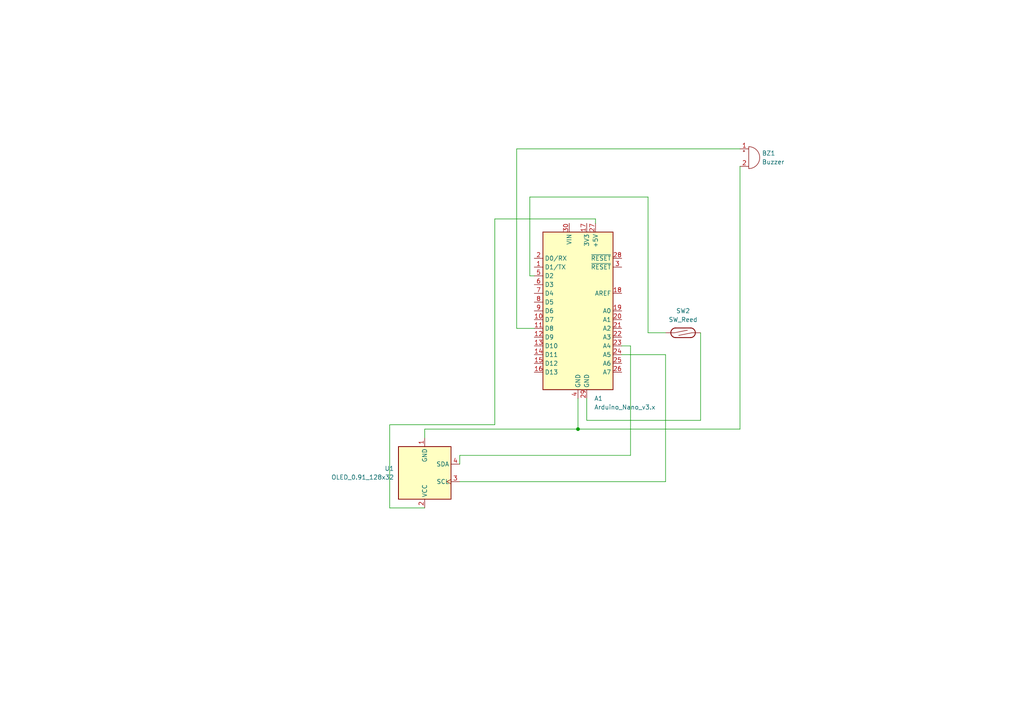
<source format=kicad_sch>
(kicad_sch
	(version 20250114)
	(generator "eeschema")
	(generator_version "9.0")
	(uuid "ebce89a1-1cc9-44b0-9947-e662ffd0fbcd")
	(paper "A4")
	(lib_symbols
		(symbol "Device:Buzzer"
			(pin_names
				(offset 0.0254)
				(hide yes)
			)
			(exclude_from_sim no)
			(in_bom yes)
			(on_board yes)
			(property "Reference" "BZ"
				(at 3.81 1.27 0)
				(effects
					(font
						(size 1.27 1.27)
					)
					(justify left)
				)
			)
			(property "Value" "Buzzer"
				(at 3.81 -1.27 0)
				(effects
					(font
						(size 1.27 1.27)
					)
					(justify left)
				)
			)
			(property "Footprint" ""
				(at -0.635 2.54 90)
				(effects
					(font
						(size 1.27 1.27)
					)
					(hide yes)
				)
			)
			(property "Datasheet" "~"
				(at -0.635 2.54 90)
				(effects
					(font
						(size 1.27 1.27)
					)
					(hide yes)
				)
			)
			(property "Description" "Buzzer, polarized"
				(at 0 0 0)
				(effects
					(font
						(size 1.27 1.27)
					)
					(hide yes)
				)
			)
			(property "ki_keywords" "quartz resonator ceramic"
				(at 0 0 0)
				(effects
					(font
						(size 1.27 1.27)
					)
					(hide yes)
				)
			)
			(property "ki_fp_filters" "*Buzzer*"
				(at 0 0 0)
				(effects
					(font
						(size 1.27 1.27)
					)
					(hide yes)
				)
			)
			(symbol "Buzzer_0_1"
				(polyline
					(pts
						(xy -1.651 1.905) (xy -1.143 1.905)
					)
					(stroke
						(width 0)
						(type default)
					)
					(fill
						(type none)
					)
				)
				(polyline
					(pts
						(xy -1.397 2.159) (xy -1.397 1.651)
					)
					(stroke
						(width 0)
						(type default)
					)
					(fill
						(type none)
					)
				)
				(arc
					(start 0 3.175)
					(mid 3.1612 0)
					(end 0 -3.175)
					(stroke
						(width 0)
						(type default)
					)
					(fill
						(type none)
					)
				)
				(polyline
					(pts
						(xy 0 3.175) (xy 0 -3.175)
					)
					(stroke
						(width 0)
						(type default)
					)
					(fill
						(type none)
					)
				)
			)
			(symbol "Buzzer_1_1"
				(pin passive line
					(at -2.54 2.54 0)
					(length 2.54)
					(name "+"
						(effects
							(font
								(size 1.27 1.27)
							)
						)
					)
					(number "1"
						(effects
							(font
								(size 1.27 1.27)
							)
						)
					)
				)
				(pin passive line
					(at -2.54 -2.54 0)
					(length 2.54)
					(name "-"
						(effects
							(font
								(size 1.27 1.27)
							)
						)
					)
					(number "2"
						(effects
							(font
								(size 1.27 1.27)
							)
						)
					)
				)
			)
			(embedded_fonts no)
		)
		(symbol "MCU_Module:Arduino_Nano_v3.x"
			(exclude_from_sim no)
			(in_bom yes)
			(on_board yes)
			(property "Reference" "A"
				(at -10.16 23.495 0)
				(effects
					(font
						(size 1.27 1.27)
					)
					(justify left bottom)
				)
			)
			(property "Value" "Arduino_Nano_v3.x"
				(at 5.08 -24.13 0)
				(effects
					(font
						(size 1.27 1.27)
					)
					(justify left top)
				)
			)
			(property "Footprint" "Module:Arduino_Nano"
				(at 0 0 0)
				(effects
					(font
						(size 1.27 1.27)
						(italic yes)
					)
					(hide yes)
				)
			)
			(property "Datasheet" "http://www.mouser.com/pdfdocs/Gravitech_Arduino_Nano3_0.pdf"
				(at 0 0 0)
				(effects
					(font
						(size 1.27 1.27)
					)
					(hide yes)
				)
			)
			(property "Description" "Arduino Nano v3.x"
				(at 0 0 0)
				(effects
					(font
						(size 1.27 1.27)
					)
					(hide yes)
				)
			)
			(property "ki_keywords" "Arduino nano microcontroller module USB"
				(at 0 0 0)
				(effects
					(font
						(size 1.27 1.27)
					)
					(hide yes)
				)
			)
			(property "ki_fp_filters" "Arduino*Nano*"
				(at 0 0 0)
				(effects
					(font
						(size 1.27 1.27)
					)
					(hide yes)
				)
			)
			(symbol "Arduino_Nano_v3.x_0_1"
				(rectangle
					(start -10.16 22.86)
					(end 10.16 -22.86)
					(stroke
						(width 0.254)
						(type default)
					)
					(fill
						(type background)
					)
				)
			)
			(symbol "Arduino_Nano_v3.x_1_1"
				(pin bidirectional line
					(at -12.7 15.24 0)
					(length 2.54)
					(name "D0/RX"
						(effects
							(font
								(size 1.27 1.27)
							)
						)
					)
					(number "2"
						(effects
							(font
								(size 1.27 1.27)
							)
						)
					)
				)
				(pin bidirectional line
					(at -12.7 12.7 0)
					(length 2.54)
					(name "D1/TX"
						(effects
							(font
								(size 1.27 1.27)
							)
						)
					)
					(number "1"
						(effects
							(font
								(size 1.27 1.27)
							)
						)
					)
				)
				(pin bidirectional line
					(at -12.7 10.16 0)
					(length 2.54)
					(name "D2"
						(effects
							(font
								(size 1.27 1.27)
							)
						)
					)
					(number "5"
						(effects
							(font
								(size 1.27 1.27)
							)
						)
					)
				)
				(pin bidirectional line
					(at -12.7 7.62 0)
					(length 2.54)
					(name "D3"
						(effects
							(font
								(size 1.27 1.27)
							)
						)
					)
					(number "6"
						(effects
							(font
								(size 1.27 1.27)
							)
						)
					)
				)
				(pin bidirectional line
					(at -12.7 5.08 0)
					(length 2.54)
					(name "D4"
						(effects
							(font
								(size 1.27 1.27)
							)
						)
					)
					(number "7"
						(effects
							(font
								(size 1.27 1.27)
							)
						)
					)
				)
				(pin bidirectional line
					(at -12.7 2.54 0)
					(length 2.54)
					(name "D5"
						(effects
							(font
								(size 1.27 1.27)
							)
						)
					)
					(number "8"
						(effects
							(font
								(size 1.27 1.27)
							)
						)
					)
				)
				(pin bidirectional line
					(at -12.7 0 0)
					(length 2.54)
					(name "D6"
						(effects
							(font
								(size 1.27 1.27)
							)
						)
					)
					(number "9"
						(effects
							(font
								(size 1.27 1.27)
							)
						)
					)
				)
				(pin bidirectional line
					(at -12.7 -2.54 0)
					(length 2.54)
					(name "D7"
						(effects
							(font
								(size 1.27 1.27)
							)
						)
					)
					(number "10"
						(effects
							(font
								(size 1.27 1.27)
							)
						)
					)
				)
				(pin bidirectional line
					(at -12.7 -5.08 0)
					(length 2.54)
					(name "D8"
						(effects
							(font
								(size 1.27 1.27)
							)
						)
					)
					(number "11"
						(effects
							(font
								(size 1.27 1.27)
							)
						)
					)
				)
				(pin bidirectional line
					(at -12.7 -7.62 0)
					(length 2.54)
					(name "D9"
						(effects
							(font
								(size 1.27 1.27)
							)
						)
					)
					(number "12"
						(effects
							(font
								(size 1.27 1.27)
							)
						)
					)
				)
				(pin bidirectional line
					(at -12.7 -10.16 0)
					(length 2.54)
					(name "D10"
						(effects
							(font
								(size 1.27 1.27)
							)
						)
					)
					(number "13"
						(effects
							(font
								(size 1.27 1.27)
							)
						)
					)
				)
				(pin bidirectional line
					(at -12.7 -12.7 0)
					(length 2.54)
					(name "D11"
						(effects
							(font
								(size 1.27 1.27)
							)
						)
					)
					(number "14"
						(effects
							(font
								(size 1.27 1.27)
							)
						)
					)
				)
				(pin bidirectional line
					(at -12.7 -15.24 0)
					(length 2.54)
					(name "D12"
						(effects
							(font
								(size 1.27 1.27)
							)
						)
					)
					(number "15"
						(effects
							(font
								(size 1.27 1.27)
							)
						)
					)
				)
				(pin bidirectional line
					(at -12.7 -17.78 0)
					(length 2.54)
					(name "D13"
						(effects
							(font
								(size 1.27 1.27)
							)
						)
					)
					(number "16"
						(effects
							(font
								(size 1.27 1.27)
							)
						)
					)
				)
				(pin power_in line
					(at -2.54 25.4 270)
					(length 2.54)
					(name "VIN"
						(effects
							(font
								(size 1.27 1.27)
							)
						)
					)
					(number "30"
						(effects
							(font
								(size 1.27 1.27)
							)
						)
					)
				)
				(pin power_in line
					(at 0 -25.4 90)
					(length 2.54)
					(name "GND"
						(effects
							(font
								(size 1.27 1.27)
							)
						)
					)
					(number "4"
						(effects
							(font
								(size 1.27 1.27)
							)
						)
					)
				)
				(pin power_out line
					(at 2.54 25.4 270)
					(length 2.54)
					(name "3V3"
						(effects
							(font
								(size 1.27 1.27)
							)
						)
					)
					(number "17"
						(effects
							(font
								(size 1.27 1.27)
							)
						)
					)
				)
				(pin power_in line
					(at 2.54 -25.4 90)
					(length 2.54)
					(name "GND"
						(effects
							(font
								(size 1.27 1.27)
							)
						)
					)
					(number "29"
						(effects
							(font
								(size 1.27 1.27)
							)
						)
					)
				)
				(pin power_out line
					(at 5.08 25.4 270)
					(length 2.54)
					(name "+5V"
						(effects
							(font
								(size 1.27 1.27)
							)
						)
					)
					(number "27"
						(effects
							(font
								(size 1.27 1.27)
							)
						)
					)
				)
				(pin input line
					(at 12.7 15.24 180)
					(length 2.54)
					(name "~{RESET}"
						(effects
							(font
								(size 1.27 1.27)
							)
						)
					)
					(number "28"
						(effects
							(font
								(size 1.27 1.27)
							)
						)
					)
				)
				(pin input line
					(at 12.7 12.7 180)
					(length 2.54)
					(name "~{RESET}"
						(effects
							(font
								(size 1.27 1.27)
							)
						)
					)
					(number "3"
						(effects
							(font
								(size 1.27 1.27)
							)
						)
					)
				)
				(pin input line
					(at 12.7 5.08 180)
					(length 2.54)
					(name "AREF"
						(effects
							(font
								(size 1.27 1.27)
							)
						)
					)
					(number "18"
						(effects
							(font
								(size 1.27 1.27)
							)
						)
					)
				)
				(pin bidirectional line
					(at 12.7 0 180)
					(length 2.54)
					(name "A0"
						(effects
							(font
								(size 1.27 1.27)
							)
						)
					)
					(number "19"
						(effects
							(font
								(size 1.27 1.27)
							)
						)
					)
				)
				(pin bidirectional line
					(at 12.7 -2.54 180)
					(length 2.54)
					(name "A1"
						(effects
							(font
								(size 1.27 1.27)
							)
						)
					)
					(number "20"
						(effects
							(font
								(size 1.27 1.27)
							)
						)
					)
				)
				(pin bidirectional line
					(at 12.7 -5.08 180)
					(length 2.54)
					(name "A2"
						(effects
							(font
								(size 1.27 1.27)
							)
						)
					)
					(number "21"
						(effects
							(font
								(size 1.27 1.27)
							)
						)
					)
				)
				(pin bidirectional line
					(at 12.7 -7.62 180)
					(length 2.54)
					(name "A3"
						(effects
							(font
								(size 1.27 1.27)
							)
						)
					)
					(number "22"
						(effects
							(font
								(size 1.27 1.27)
							)
						)
					)
				)
				(pin bidirectional line
					(at 12.7 -10.16 180)
					(length 2.54)
					(name "A4"
						(effects
							(font
								(size 1.27 1.27)
							)
						)
					)
					(number "23"
						(effects
							(font
								(size 1.27 1.27)
							)
						)
					)
				)
				(pin bidirectional line
					(at 12.7 -12.7 180)
					(length 2.54)
					(name "A5"
						(effects
							(font
								(size 1.27 1.27)
							)
						)
					)
					(number "24"
						(effects
							(font
								(size 1.27 1.27)
							)
						)
					)
				)
				(pin bidirectional line
					(at 12.7 -15.24 180)
					(length 2.54)
					(name "A6"
						(effects
							(font
								(size 1.27 1.27)
							)
						)
					)
					(number "25"
						(effects
							(font
								(size 1.27 1.27)
							)
						)
					)
				)
				(pin bidirectional line
					(at 12.7 -17.78 180)
					(length 2.54)
					(name "A7"
						(effects
							(font
								(size 1.27 1.27)
							)
						)
					)
					(number "26"
						(effects
							(font
								(size 1.27 1.27)
							)
						)
					)
				)
			)
			(embedded_fonts no)
		)
		(symbol "Switch:SW_Reed"
			(pin_numbers
				(hide yes)
			)
			(pin_names
				(offset 0)
				(hide yes)
			)
			(exclude_from_sim no)
			(in_bom yes)
			(on_board yes)
			(property "Reference" "SW"
				(at 0 2.54 0)
				(effects
					(font
						(size 1.27 1.27)
					)
				)
			)
			(property "Value" "SW_Reed"
				(at 0 -2.54 0)
				(effects
					(font
						(size 1.27 1.27)
					)
				)
			)
			(property "Footprint" ""
				(at 0 0 0)
				(effects
					(font
						(size 1.27 1.27)
					)
					(hide yes)
				)
			)
			(property "Datasheet" "~"
				(at 0 0 0)
				(effects
					(font
						(size 1.27 1.27)
					)
					(hide yes)
				)
			)
			(property "Description" "reed switch"
				(at 0 0 0)
				(effects
					(font
						(size 1.27 1.27)
					)
					(hide yes)
				)
			)
			(property "ki_keywords" "reed magnetic switch"
				(at 0 0 0)
				(effects
					(font
						(size 1.27 1.27)
					)
					(hide yes)
				)
			)
			(symbol "SW_Reed_0_0"
				(polyline
					(pts
						(xy -2.54 0) (xy 1.27 0.762)
					)
					(stroke
						(width 0)
						(type default)
					)
					(fill
						(type none)
					)
				)
				(polyline
					(pts
						(xy -2.159 -1.397) (xy 2.286 -1.397)
					)
					(stroke
						(width 0.254)
						(type default)
					)
					(fill
						(type none)
					)
				)
				(arc
					(start -2.159 -1.397)
					(mid -3.55 0)
					(end -2.159 1.397)
					(stroke
						(width 0.254)
						(type default)
					)
					(fill
						(type none)
					)
				)
				(arc
					(start 2.159 1.397)
					(mid 3.55 0)
					(end 2.159 -1.397)
					(stroke
						(width 0.254)
						(type default)
					)
					(fill
						(type none)
					)
				)
				(polyline
					(pts
						(xy 2.159 1.397) (xy -2.159 1.397)
					)
					(stroke
						(width 0.254)
						(type default)
					)
					(fill
						(type none)
					)
				)
				(polyline
					(pts
						(xy 2.54 0) (xy -1.27 -0.762)
					)
					(stroke
						(width 0)
						(type default)
					)
					(fill
						(type none)
					)
				)
			)
			(symbol "SW_Reed_1_1"
				(pin passive line
					(at -5.08 0 0)
					(length 2.54)
					(name "1"
						(effects
							(font
								(size 1.27 1.27)
							)
						)
					)
					(number "1"
						(effects
							(font
								(size 1.27 1.27)
							)
						)
					)
				)
				(pin passive line
					(at 5.08 0 180)
					(length 2.54)
					(name "2"
						(effects
							(font
								(size 1.27 1.27)
							)
						)
					)
					(number "2"
						(effects
							(font
								(size 1.27 1.27)
							)
						)
					)
				)
			)
			(embedded_fonts no)
		)
		(symbol "oled:OLED_0.91_128x32"
			(exclude_from_sim no)
			(in_bom yes)
			(on_board yes)
			(property "Reference" "U"
				(at 0 0 0)
				(effects
					(font
						(size 1.27 1.27)
					)
				)
			)
			(property "Value" "OLED_0.91_128x32"
				(at 14.224 -10.668 0)
				(effects
					(font
						(size 1.27 1.27)
					)
				)
			)
			(property "Footprint" "Hackclub Footprints:OLED_0.91_128x32"
				(at 18.034 -12.7 0)
				(effects
					(font
						(size 1.27 1.27)
					)
					(hide yes)
				)
			)
			(property "Datasheet" "https://www.buydisplay.com/download/manual/ER-OLEDM0.91-1_Datasheet.pdf"
				(at 42.672 -14.732 0)
				(effects
					(font
						(size 1.27 1.27)
					)
					(hide yes)
				)
			)
			(property "Description" "SSD1306 OLED module, 0.91 inch, 128x32, I2C"
				(at 26.67 -16.764 0)
				(effects
					(font
						(size 1.27 1.27)
					)
					(hide yes)
				)
			)
			(property "ki_keywords" "EastRising"
				(at 0 0 0)
				(effects
					(font
						(size 1.27 1.27)
					)
					(hide yes)
				)
			)
			(property "ki_fp_filters" "ER?OLEDM0.91?1x?I2C*"
				(at 0 0 0)
				(effects
					(font
						(size 1.27 1.27)
					)
					(hide yes)
				)
			)
			(symbol "OLED_0.91_128x32_1_1"
				(rectangle
					(start -7.62 7.62)
					(end 7.62 -7.62)
					(stroke
						(width 0.254)
						(type solid)
					)
					(fill
						(type background)
					)
				)
				(pin input clock
					(at -10.16 2.54 0)
					(length 2.54)
					(name "SCL"
						(effects
							(font
								(size 1.27 1.27)
							)
						)
					)
					(number "3"
						(effects
							(font
								(size 1.27 1.27)
							)
						)
					)
				)
				(pin bidirectional line
					(at -10.16 -2.54 0)
					(length 2.54)
					(name "SDA"
						(effects
							(font
								(size 1.27 1.27)
							)
						)
					)
					(number "4"
						(effects
							(font
								(size 1.27 1.27)
							)
						)
					)
				)
				(pin power_in line
					(at 0 10.16 270)
					(length 2.54)
					(name "VCC"
						(effects
							(font
								(size 1.27 1.27)
							)
						)
					)
					(number "2"
						(effects
							(font
								(size 1.27 1.27)
							)
						)
					)
				)
				(pin power_in line
					(at 0 -10.16 90)
					(length 2.54)
					(name "GND"
						(effects
							(font
								(size 1.27 1.27)
							)
						)
					)
					(number "1"
						(effects
							(font
								(size 1.27 1.27)
							)
						)
					)
				)
			)
			(embedded_fonts no)
		)
	)
	(junction
		(at 167.64 124.46)
		(diameter 0)
		(color 0 0 0 0)
		(uuid "b3533ac4-849e-4468-b7bd-e936fe2ce081")
	)
	(wire
		(pts
			(xy 214.63 43.18) (xy 149.86 43.18)
		)
		(stroke
			(width 0)
			(type default)
		)
		(uuid "04b4590f-2a94-4a0d-9e13-b9ee46bd79d7")
	)
	(wire
		(pts
			(xy 133.35 132.08) (xy 133.35 134.62)
		)
		(stroke
			(width 0)
			(type default)
		)
		(uuid "0f110247-e823-4183-8f4e-f6137ef1a5c2")
	)
	(wire
		(pts
			(xy 167.64 115.57) (xy 167.64 124.46)
		)
		(stroke
			(width 0)
			(type default)
		)
		(uuid "1dbc48a0-0797-410f-87e3-1e81213dc7d9")
	)
	(wire
		(pts
			(xy 167.64 124.46) (xy 214.63 124.46)
		)
		(stroke
			(width 0)
			(type default)
		)
		(uuid "24780faf-eeca-4583-85af-e50bd9f3934c")
	)
	(wire
		(pts
			(xy 143.51 123.19) (xy 113.03 123.19)
		)
		(stroke
			(width 0)
			(type default)
		)
		(uuid "2b1b55f1-a51f-4376-aaaa-37669808068a")
	)
	(wire
		(pts
			(xy 149.86 95.25) (xy 154.94 95.25)
		)
		(stroke
			(width 0)
			(type default)
		)
		(uuid "2ddf45b7-9dab-4802-b759-2a857c34ad38")
	)
	(wire
		(pts
			(xy 182.88 100.33) (xy 180.34 100.33)
		)
		(stroke
			(width 0)
			(type default)
		)
		(uuid "41644c61-03cf-4a0a-8bd0-44aa51a6f794")
	)
	(wire
		(pts
			(xy 170.18 121.92) (xy 170.18 115.57)
		)
		(stroke
			(width 0)
			(type default)
		)
		(uuid "45ff3f8a-0e8c-4c42-9b12-b08af4497b22")
	)
	(wire
		(pts
			(xy 193.04 96.52) (xy 187.96 96.52)
		)
		(stroke
			(width 0)
			(type default)
		)
		(uuid "57d801ea-aaff-4050-b104-bf5b6015b974")
	)
	(wire
		(pts
			(xy 113.03 123.19) (xy 113.03 147.32)
		)
		(stroke
			(width 0)
			(type default)
		)
		(uuid "664ede9d-caf2-4434-80de-581ccf128ab8")
	)
	(wire
		(pts
			(xy 182.88 132.08) (xy 182.88 100.33)
		)
		(stroke
			(width 0)
			(type default)
		)
		(uuid "692f1188-6bd2-4945-beca-ff2750ba7640")
	)
	(wire
		(pts
			(xy 123.19 124.46) (xy 123.19 127)
		)
		(stroke
			(width 0)
			(type default)
		)
		(uuid "6c52c561-fb1e-490f-a1ba-5e0789564120")
	)
	(wire
		(pts
			(xy 193.04 102.87) (xy 193.04 139.7)
		)
		(stroke
			(width 0)
			(type default)
		)
		(uuid "730786e2-3061-493f-bd98-5f99294163d3")
	)
	(wire
		(pts
			(xy 214.63 48.26) (xy 214.63 124.46)
		)
		(stroke
			(width 0)
			(type default)
		)
		(uuid "73807057-037b-4f9b-bf8b-a74e01404df4")
	)
	(wire
		(pts
			(xy 187.96 57.15) (xy 153.67 57.15)
		)
		(stroke
			(width 0)
			(type default)
		)
		(uuid "77992843-047d-431e-961b-0e6c54ff67f2")
	)
	(wire
		(pts
			(xy 149.86 43.18) (xy 149.86 95.25)
		)
		(stroke
			(width 0)
			(type default)
		)
		(uuid "7aac6571-9de4-460e-bf89-50af854ed0fd")
	)
	(wire
		(pts
			(xy 143.51 63.5) (xy 172.72 63.5)
		)
		(stroke
			(width 0)
			(type default)
		)
		(uuid "86e8b5b8-0c55-4e7e-b693-6d258309f623")
	)
	(wire
		(pts
			(xy 187.96 96.52) (xy 187.96 57.15)
		)
		(stroke
			(width 0)
			(type default)
		)
		(uuid "94512128-bd96-4bac-991d-95226bc04164")
	)
	(wire
		(pts
			(xy 203.2 96.52) (xy 203.2 121.92)
		)
		(stroke
			(width 0)
			(type default)
		)
		(uuid "963699e4-53a6-408c-89f4-01ac009b6797")
	)
	(wire
		(pts
			(xy 193.04 102.87) (xy 180.34 102.87)
		)
		(stroke
			(width 0)
			(type default)
		)
		(uuid "a7162257-f6da-4a63-a271-650dc3606a0e")
	)
	(wire
		(pts
			(xy 153.67 80.01) (xy 154.94 80.01)
		)
		(stroke
			(width 0)
			(type default)
		)
		(uuid "b2adfee9-82c4-4e4c-b756-4ab54017d113")
	)
	(wire
		(pts
			(xy 143.51 123.19) (xy 143.51 63.5)
		)
		(stroke
			(width 0)
			(type default)
		)
		(uuid "b65a221d-4718-4649-b816-de085cfbd653")
	)
	(wire
		(pts
			(xy 133.35 132.08) (xy 182.88 132.08)
		)
		(stroke
			(width 0)
			(type default)
		)
		(uuid "c4900e82-4b47-427c-8ec9-5a353223ced7")
	)
	(wire
		(pts
			(xy 172.72 63.5) (xy 172.72 64.77)
		)
		(stroke
			(width 0)
			(type default)
		)
		(uuid "c74dc1f3-f0a5-48e7-aa27-90a96577580d")
	)
	(wire
		(pts
			(xy 193.04 139.7) (xy 133.35 139.7)
		)
		(stroke
			(width 0)
			(type default)
		)
		(uuid "d01df4b9-7383-4af4-aecb-c61c3591d2b8")
	)
	(wire
		(pts
			(xy 203.2 121.92) (xy 170.18 121.92)
		)
		(stroke
			(width 0)
			(type default)
		)
		(uuid "dc45634a-5a8a-47bf-9f10-83245d3074fc")
	)
	(wire
		(pts
			(xy 123.19 124.46) (xy 167.64 124.46)
		)
		(stroke
			(width 0)
			(type default)
		)
		(uuid "ed02ea55-6885-4db8-af1c-914185dc7807")
	)
	(wire
		(pts
			(xy 113.03 147.32) (xy 123.19 147.32)
		)
		(stroke
			(width 0)
			(type default)
		)
		(uuid "ee22001f-5ece-42a4-bb7f-546f4724207d")
	)
	(wire
		(pts
			(xy 153.67 57.15) (xy 153.67 80.01)
		)
		(stroke
			(width 0)
			(type default)
		)
		(uuid "f6d5ca24-7e72-423e-b63b-48ab3e715612")
	)
	(symbol
		(lib_id "Switch:SW_Reed")
		(at 198.12 96.52 0)
		(unit 1)
		(exclude_from_sim no)
		(in_bom yes)
		(on_board yes)
		(dnp no)
		(fields_autoplaced yes)
		(uuid "03ee9818-06e6-4b62-8e67-3b45e9d7508b")
		(property "Reference" "SW2"
			(at 198.12 90.17 0)
			(effects
				(font
					(size 1.27 1.27)
				)
			)
		)
		(property "Value" "SW_Reed"
			(at 198.12 92.71 0)
			(effects
				(font
					(size 1.27 1.27)
				)
			)
		)
		(property "Footprint" "Connector_PinHeader_1.00mm:PinHeader_1x02_P1.00mm_Horizontal"
			(at 198.12 96.52 0)
			(effects
				(font
					(size 1.27 1.27)
				)
				(hide yes)
			)
		)
		(property "Datasheet" "~"
			(at 198.12 96.52 0)
			(effects
				(font
					(size 1.27 1.27)
				)
				(hide yes)
			)
		)
		(property "Description" "reed switch"
			(at 198.12 96.52 0)
			(effects
				(font
					(size 1.27 1.27)
				)
				(hide yes)
			)
		)
		(pin "2"
			(uuid "4299251a-2702-4014-a80a-82acc6a656da")
		)
		(pin "1"
			(uuid "46a0aa5f-24c2-40b7-8082-869853399c3b")
		)
		(instances
			(project ""
				(path "/ebce89a1-1cc9-44b0-9947-e662ffd0fbcd"
					(reference "SW2")
					(unit 1)
				)
			)
		)
	)
	(symbol
		(lib_id "Device:Buzzer")
		(at 217.17 45.72 0)
		(unit 1)
		(exclude_from_sim no)
		(in_bom yes)
		(on_board yes)
		(dnp no)
		(fields_autoplaced yes)
		(uuid "88dd62db-2194-4a28-8d1e-2252d2ffe51f")
		(property "Reference" "BZ1"
			(at 220.98 44.4499 0)
			(effects
				(font
					(size 1.27 1.27)
				)
				(justify left)
			)
		)
		(property "Value" "Buzzer"
			(at 220.98 46.9899 0)
			(effects
				(font
					(size 1.27 1.27)
				)
				(justify left)
			)
		)
		(property "Footprint" "Buzzer_Beeper:Buzzer_12x9.5RM7.6"
			(at 216.535 43.18 90)
			(effects
				(font
					(size 1.27 1.27)
				)
				(hide yes)
			)
		)
		(property "Datasheet" "~"
			(at 216.535 43.18 90)
			(effects
				(font
					(size 1.27 1.27)
				)
				(hide yes)
			)
		)
		(property "Description" "Buzzer, polarized"
			(at 217.17 45.72 0)
			(effects
				(font
					(size 1.27 1.27)
				)
				(hide yes)
			)
		)
		(pin "1"
			(uuid "43126111-3ce9-4f5c-8ecc-631e6246ddf6")
		)
		(pin "2"
			(uuid "d6b67a73-e59e-49a7-9420-22b66f8ab0ec")
		)
		(instances
			(project ""
				(path "/ebce89a1-1cc9-44b0-9947-e662ffd0fbcd"
					(reference "BZ1")
					(unit 1)
				)
			)
		)
	)
	(symbol
		(lib_id "oled:OLED_0.91_128x32")
		(at 123.19 137.16 180)
		(unit 1)
		(exclude_from_sim no)
		(in_bom yes)
		(on_board yes)
		(dnp no)
		(fields_autoplaced yes)
		(uuid "b9c48778-85b3-4f81-ac7f-96cc83dbe0a2")
		(property "Reference" "U1"
			(at 114.3 135.8899 0)
			(effects
				(font
					(size 1.27 1.27)
				)
				(justify left)
			)
		)
		(property "Value" "OLED_0.91_128x32"
			(at 114.3 138.4299 0)
			(effects
				(font
					(size 1.27 1.27)
				)
				(justify left)
			)
		)
		(property "Footprint" "oled:OLED_0.91_128x32"
			(at 105.156 124.46 0)
			(effects
				(font
					(size 1.27 1.27)
				)
				(hide yes)
			)
		)
		(property "Datasheet" "https://www.buydisplay.com/download/manual/ER-OLEDM0.91-1_Datasheet.pdf"
			(at 80.518 122.428 0)
			(effects
				(font
					(size 1.27 1.27)
				)
				(hide yes)
			)
		)
		(property "Description" "SSD1306 OLED module, 0.91 inch, 128x32, I2C"
			(at 96.52 120.396 0)
			(effects
				(font
					(size 1.27 1.27)
				)
				(hide yes)
			)
		)
		(pin "4"
			(uuid "7461d67e-9e37-4ce1-aa57-a302ce38d612")
		)
		(pin "2"
			(uuid "b8e53b22-8e98-4806-8331-dae4f0d03b20")
		)
		(pin "3"
			(uuid "eaa9f146-7e83-47e5-b367-50880585c584")
		)
		(pin "1"
			(uuid "d8c400e1-7051-403e-b0cf-0e870039e820")
		)
		(instances
			(project ""
				(path "/ebce89a1-1cc9-44b0-9947-e662ffd0fbcd"
					(reference "U1")
					(unit 1)
				)
			)
		)
	)
	(symbol
		(lib_id "MCU_Module:Arduino_Nano_v3.x")
		(at 167.64 90.17 0)
		(unit 1)
		(exclude_from_sim no)
		(in_bom yes)
		(on_board yes)
		(dnp no)
		(fields_autoplaced yes)
		(uuid "f8a402cd-4ecc-4a71-bb39-30a404554174")
		(property "Reference" "A1"
			(at 172.3233 115.57 0)
			(effects
				(font
					(size 1.27 1.27)
				)
				(justify left)
			)
		)
		(property "Value" "Arduino_Nano_v3.x"
			(at 172.3233 118.11 0)
			(effects
				(font
					(size 1.27 1.27)
				)
				(justify left)
			)
		)
		(property "Footprint" "Module:Arduino_Nano"
			(at 167.64 90.17 0)
			(effects
				(font
					(size 1.27 1.27)
					(italic yes)
				)
				(hide yes)
			)
		)
		(property "Datasheet" "http://www.mouser.com/pdfdocs/Gravitech_Arduino_Nano3_0.pdf"
			(at 167.64 90.17 0)
			(effects
				(font
					(size 1.27 1.27)
				)
				(hide yes)
			)
		)
		(property "Description" "Arduino Nano v3.x"
			(at 167.64 90.17 0)
			(effects
				(font
					(size 1.27 1.27)
				)
				(hide yes)
			)
		)
		(pin "11"
			(uuid "c3d086e5-1e01-47c2-b21a-772042d52008")
		)
		(pin "14"
			(uuid "3b7790e2-57fa-4475-87f1-241f822fcdbc")
		)
		(pin "4"
			(uuid "bf266402-14f7-420b-814a-aab6181166e6")
		)
		(pin "15"
			(uuid "1bbd5cf6-e4c3-4dae-ab6c-16777b4fbdc7")
		)
		(pin "6"
			(uuid "7c2141ba-1148-4554-a18a-f2258ce802ab")
		)
		(pin "9"
			(uuid "6ce575bc-9613-45f0-b3d2-7f97407146b0")
		)
		(pin "2"
			(uuid "e4e820a1-ca60-488d-90bb-cabfbb80d6fd")
		)
		(pin "1"
			(uuid "9914e690-6e42-46a9-8ff6-d47435195927")
		)
		(pin "5"
			(uuid "e8cb518f-0c91-4fb4-9736-5a0f085f5211")
		)
		(pin "7"
			(uuid "ac1c197d-a580-43ce-ad93-48d076de60ca")
		)
		(pin "8"
			(uuid "946b7c31-d60f-4411-afac-83705ca587ee")
		)
		(pin "10"
			(uuid "313ccca0-eec4-4fcd-8813-5e884f74c3fe")
		)
		(pin "12"
			(uuid "73a3fb1c-22c4-4ffa-a54e-2a264d5215ab")
		)
		(pin "13"
			(uuid "f960de87-aa27-4051-84c1-cc836e4e3ac4")
		)
		(pin "16"
			(uuid "6d599a41-3216-4b92-a33b-1a1d437b2fc2")
		)
		(pin "30"
			(uuid "926c8d2e-9ae5-4922-a891-708e806fe40c")
		)
		(pin "17"
			(uuid "ee316434-eccc-4e54-a919-a77ff086a60a")
		)
		(pin "27"
			(uuid "801507a0-0cb0-4127-841b-a0d6b781cf79")
		)
		(pin "28"
			(uuid "ac9d5f30-95af-42aa-a107-7c8cf972cd89")
		)
		(pin "29"
			(uuid "efbd3965-0fb4-44f5-ae68-28567629ea15")
		)
		(pin "3"
			(uuid "43b99209-60a5-4e17-b0c9-33b397383499")
		)
		(pin "24"
			(uuid "b24e9e14-6ed6-4b0e-8780-9077d6104a46")
		)
		(pin "19"
			(uuid "68108892-50b6-4fa8-ab81-3f838268a81b")
		)
		(pin "23"
			(uuid "2a3b58e3-a000-4e3e-b99b-844398e456b4")
		)
		(pin "25"
			(uuid "da1e7027-79be-485d-9f77-f3b1bb31b147")
		)
		(pin "20"
			(uuid "08dda126-3526-44b9-9915-21a426a4ee4e")
		)
		(pin "18"
			(uuid "f72720e4-2c7c-43d2-92c8-13c1123d6ec7")
		)
		(pin "26"
			(uuid "7e49a13e-fdf0-4dc3-9772-5387b09c6342")
		)
		(pin "22"
			(uuid "5e4e6d18-7cd5-43b9-89bb-66e675ce0e19")
		)
		(pin "21"
			(uuid "866670ef-09df-4824-ae77-3788c483ad91")
		)
		(instances
			(project ""
				(path "/ebce89a1-1cc9-44b0-9947-e662ffd0fbcd"
					(reference "A1")
					(unit 1)
				)
			)
		)
	)
	(sheet_instances
		(path "/"
			(page "1")
		)
	)
	(embedded_fonts no)
)

</source>
